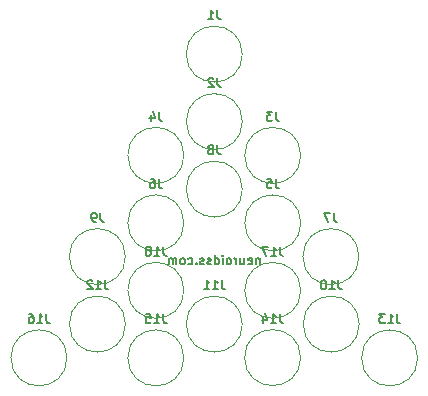
<source format=gbr>
%TF.GenerationSoftware,KiCad,Pcbnew,6.0.4-6f826c9f35~116~ubuntu18.04.1*%
%TF.CreationDate,2022-11-29T00:06:40+03:00*%
%TF.ProjectId,free_dry_electrodes_16x3_4cm,66726565-5f64-4727-995f-656c65637472,rev?*%
%TF.SameCoordinates,Original*%
%TF.FileFunction,Legend,Bot*%
%TF.FilePolarity,Positive*%
%FSLAX46Y46*%
G04 Gerber Fmt 4.6, Leading zero omitted, Abs format (unit mm)*
G04 Created by KiCad (PCBNEW 6.0.4-6f826c9f35~116~ubuntu18.04.1) date 2022-11-29 00:06:40*
%MOMM*%
%LPD*%
G01*
G04 APERTURE LIST*
%ADD10C,0.150000*%
%ADD11C,0.120000*%
G04 APERTURE END LIST*
D10*
X3857142Y-144085D02*
X3857142Y-644085D01*
X3857142Y-215514D02*
X3821428Y-179800D01*
X3750000Y-144085D01*
X3642857Y-144085D01*
X3571428Y-179800D01*
X3535714Y-251228D01*
X3535714Y-644085D01*
X2892857Y-608371D02*
X2964285Y-644085D01*
X3107142Y-644085D01*
X3178571Y-608371D01*
X3214285Y-536942D01*
X3214285Y-251228D01*
X3178571Y-179800D01*
X3107142Y-144085D01*
X2964285Y-144085D01*
X2892857Y-179800D01*
X2857142Y-251228D01*
X2857142Y-322657D01*
X3214285Y-394085D01*
X2214285Y-144085D02*
X2214285Y-644085D01*
X2535714Y-144085D02*
X2535714Y-536942D01*
X2500000Y-608371D01*
X2428571Y-644085D01*
X2321428Y-644085D01*
X2250000Y-608371D01*
X2214285Y-572657D01*
X1857142Y-644085D02*
X1857142Y-144085D01*
X1857142Y-286942D02*
X1821428Y-215514D01*
X1785714Y-179800D01*
X1714285Y-144085D01*
X1642857Y-144085D01*
X1285714Y-644085D02*
X1357142Y-608371D01*
X1392857Y-572657D01*
X1428571Y-501228D01*
X1428571Y-286942D01*
X1392857Y-215514D01*
X1357142Y-179800D01*
X1285714Y-144085D01*
X1178571Y-144085D01*
X1107142Y-179800D01*
X1071428Y-215514D01*
X1035714Y-286942D01*
X1035714Y-501228D01*
X1071428Y-572657D01*
X1107142Y-608371D01*
X1178571Y-644085D01*
X1285714Y-644085D01*
X714285Y-644085D02*
X714285Y-144085D01*
X714285Y105914D02*
X750000Y70200D01*
X714285Y34485D01*
X678571Y70200D01*
X714285Y105914D01*
X714285Y34485D01*
X35714Y-644085D02*
X35714Y105914D01*
X35714Y-608371D02*
X107142Y-644085D01*
X250000Y-644085D01*
X321428Y-608371D01*
X357142Y-572657D01*
X392857Y-501228D01*
X392857Y-286942D01*
X357142Y-215514D01*
X321428Y-179800D01*
X250000Y-144085D01*
X107142Y-144085D01*
X35714Y-179800D01*
X-285714Y-608371D02*
X-357142Y-644085D01*
X-499999Y-644085D01*
X-571428Y-608371D01*
X-607142Y-536942D01*
X-607142Y-501228D01*
X-571428Y-429800D01*
X-499999Y-394085D01*
X-392857Y-394085D01*
X-321428Y-358371D01*
X-285714Y-286942D01*
X-285714Y-251228D01*
X-321428Y-179800D01*
X-392857Y-144085D01*
X-499999Y-144085D01*
X-571428Y-179800D01*
X-892857Y-608371D02*
X-964285Y-644085D01*
X-1107142Y-644085D01*
X-1178571Y-608371D01*
X-1214285Y-536942D01*
X-1214285Y-501228D01*
X-1178571Y-429800D01*
X-1107142Y-394085D01*
X-999999Y-394085D01*
X-928571Y-358371D01*
X-892857Y-286942D01*
X-892857Y-251228D01*
X-928571Y-179800D01*
X-999999Y-144085D01*
X-1107142Y-144085D01*
X-1178571Y-179800D01*
X-1535714Y-572657D02*
X-1571428Y-608371D01*
X-1535714Y-644085D01*
X-1499999Y-608371D01*
X-1535714Y-572657D01*
X-1535714Y-644085D01*
X-2214285Y-608371D02*
X-2142857Y-644085D01*
X-1999999Y-644085D01*
X-1928571Y-608371D01*
X-1892857Y-572657D01*
X-1857142Y-501228D01*
X-1857142Y-286942D01*
X-1892857Y-215514D01*
X-1928571Y-179800D01*
X-1999999Y-144085D01*
X-2142857Y-144085D01*
X-2214285Y-179800D01*
X-2642857Y-644085D02*
X-2571428Y-608371D01*
X-2535714Y-572657D01*
X-2499999Y-501228D01*
X-2499999Y-286942D01*
X-2535714Y-215514D01*
X-2571428Y-179800D01*
X-2642857Y-144085D01*
X-2749999Y-144085D01*
X-2821428Y-179800D01*
X-2857142Y-215514D01*
X-2892857Y-286942D01*
X-2892857Y-501228D01*
X-2857142Y-572657D01*
X-2821428Y-608371D01*
X-2749999Y-644085D01*
X-2642857Y-644085D01*
X-3214285Y-644085D02*
X-3214285Y-144085D01*
X-3214285Y-215514D02*
X-3249999Y-179800D01*
X-3321428Y-144085D01*
X-3428571Y-144085D01*
X-3499999Y-179800D01*
X-3535714Y-251228D01*
X-3535714Y-644085D01*
X-3535714Y-251228D02*
X-3571428Y-179800D01*
X-3642857Y-144085D01*
X-3749999Y-144085D01*
X-3821428Y-179800D01*
X-3857142Y-251228D01*
X-3857142Y-644085D01*
%TO.C,J1*%
X254000Y20857285D02*
X254000Y20313000D01*
X290285Y20204142D01*
X362857Y20131571D01*
X471714Y20095285D01*
X544285Y20095285D01*
X-507999Y20095285D02*
X-72571Y20095285D01*
X-290285Y20095285D02*
X-290285Y20857285D01*
X-217714Y20748428D01*
X-145142Y20675857D01*
X-72571Y20639571D01*
%TO.C,J4*%
X-4695335Y12284785D02*
X-4695335Y11740500D01*
X-4659049Y11631642D01*
X-4586477Y11559071D01*
X-4477620Y11522785D01*
X-4405049Y11522785D01*
X-5384763Y12030785D02*
X-5384763Y11522785D01*
X-5203335Y12321071D02*
X-5021906Y11776785D01*
X-5493620Y11776785D01*
%TO.C,J14*%
X5553916Y-4838952D02*
X5553916Y-5383238D01*
X5590201Y-5492095D01*
X5662773Y-5564666D01*
X5771630Y-5600952D01*
X5844201Y-5600952D01*
X4791916Y-5600952D02*
X5227344Y-5600952D01*
X5009630Y-5600952D02*
X5009630Y-4838952D01*
X5082201Y-4947809D01*
X5154773Y-5020380D01*
X5227344Y-5056666D01*
X4138773Y-5092952D02*
X4138773Y-5600952D01*
X4320201Y-4802666D02*
X4501630Y-5346952D01*
X4029916Y-5346952D01*
%TO.C,J3*%
X5203335Y12284785D02*
X5203335Y11740500D01*
X5239620Y11631642D01*
X5312192Y11559071D01*
X5421049Y11522785D01*
X5493620Y11522785D01*
X4913049Y12284785D02*
X4441335Y12284785D01*
X4695335Y11994500D01*
X4586477Y11994500D01*
X4513906Y11958214D01*
X4477620Y11921928D01*
X4441335Y11849357D01*
X4441335Y11667928D01*
X4477620Y11595357D01*
X4513906Y11559071D01*
X4586477Y11522785D01*
X4804192Y11522785D01*
X4876763Y11559071D01*
X4913049Y11595357D01*
%TO.C,J10*%
X10515527Y-2002714D02*
X10515527Y-2547000D01*
X10551812Y-2655857D01*
X10624384Y-2728428D01*
X10733241Y-2764714D01*
X10805812Y-2764714D01*
X9753527Y-2764714D02*
X10188955Y-2764714D01*
X9971241Y-2764714D02*
X9971241Y-2002714D01*
X10043812Y-2111571D01*
X10116384Y-2184142D01*
X10188955Y-2220428D01*
X9281812Y-2002714D02*
X9209241Y-2002714D01*
X9136670Y-2039000D01*
X9100384Y-2075285D01*
X9064098Y-2147857D01*
X9027812Y-2293000D01*
X9027812Y-2474428D01*
X9064098Y-2619571D01*
X9100384Y-2692142D01*
X9136670Y-2728428D01*
X9209241Y-2764714D01*
X9281812Y-2764714D01*
X9354384Y-2728428D01*
X9390670Y-2692142D01*
X9426955Y-2619571D01*
X9463241Y-2474428D01*
X9463241Y-2293000D01*
X9426955Y-2147857D01*
X9390670Y-2075285D01*
X9354384Y-2039000D01*
X9281812Y-2002714D01*
%TO.C,J18*%
X-4332477Y854785D02*
X-4332477Y310500D01*
X-4296192Y201642D01*
X-4223620Y129071D01*
X-4114763Y92785D01*
X-4042192Y92785D01*
X-5094477Y92785D02*
X-4659049Y92785D01*
X-4876763Y92785D02*
X-4876763Y854785D01*
X-4804192Y745928D01*
X-4731620Y673357D01*
X-4659049Y637071D01*
X-5529906Y528214D02*
X-5457335Y564500D01*
X-5421049Y600785D01*
X-5384763Y673357D01*
X-5384763Y709642D01*
X-5421049Y782214D01*
X-5457335Y818500D01*
X-5529906Y854785D01*
X-5675049Y854785D01*
X-5747620Y818500D01*
X-5783906Y782214D01*
X-5820192Y709642D01*
X-5820192Y673357D01*
X-5783906Y600785D01*
X-5747620Y564500D01*
X-5675049Y528214D01*
X-5529906Y528214D01*
X-5457335Y491928D01*
X-5421049Y455642D01*
X-5384763Y383071D01*
X-5384763Y237928D01*
X-5421049Y165357D01*
X-5457335Y129071D01*
X-5529906Y92785D01*
X-5675049Y92785D01*
X-5747620Y129071D01*
X-5783906Y165357D01*
X-5820192Y237928D01*
X-5820192Y383071D01*
X-5783906Y455642D01*
X-5747620Y491928D01*
X-5675049Y528214D01*
%TO.C,J5*%
X5203335Y6569785D02*
X5203335Y6025500D01*
X5239620Y5916642D01*
X5312192Y5844071D01*
X5421049Y5807785D01*
X5493620Y5807785D01*
X4477620Y6569785D02*
X4840477Y6569785D01*
X4876763Y6206928D01*
X4840477Y6243214D01*
X4767906Y6279500D01*
X4586477Y6279500D01*
X4513906Y6243214D01*
X4477620Y6206928D01*
X4441335Y6134357D01*
X4441335Y5952928D01*
X4477620Y5880357D01*
X4513906Y5844071D01*
X4586477Y5807785D01*
X4767906Y5807785D01*
X4840477Y5844071D01*
X4876763Y5880357D01*
%TO.C,J2*%
X254000Y15142285D02*
X254000Y14598000D01*
X290285Y14489142D01*
X362857Y14416571D01*
X471714Y14380285D01*
X544285Y14380285D01*
X-72571Y15069714D02*
X-108857Y15106000D01*
X-181428Y15142285D01*
X-362857Y15142285D01*
X-435428Y15106000D01*
X-471714Y15069714D01*
X-507999Y14997142D01*
X-507999Y14924571D01*
X-471714Y14815714D01*
X-36285Y14380285D01*
X-507999Y14380285D01*
%TO.C,J16*%
X-14231148Y-4860214D02*
X-14231148Y-5404500D01*
X-14194863Y-5513357D01*
X-14122291Y-5585928D01*
X-14013434Y-5622214D01*
X-13940863Y-5622214D01*
X-14993148Y-5622214D02*
X-14557720Y-5622214D01*
X-14775434Y-5622214D02*
X-14775434Y-4860214D01*
X-14702863Y-4969071D01*
X-14630291Y-5041642D01*
X-14557720Y-5077928D01*
X-15646291Y-4860214D02*
X-15501148Y-4860214D01*
X-15428577Y-4896500D01*
X-15392291Y-4932785D01*
X-15319720Y-5041642D01*
X-15283434Y-5186785D01*
X-15283434Y-5477071D01*
X-15319720Y-5549642D01*
X-15356006Y-5585928D01*
X-15428577Y-5622214D01*
X-15573720Y-5622214D01*
X-15646291Y-5585928D01*
X-15682577Y-5549642D01*
X-15718863Y-5477071D01*
X-15718863Y-5295642D01*
X-15682577Y-5223071D01*
X-15646291Y-5186785D01*
X-15573720Y-5150500D01*
X-15428577Y-5150500D01*
X-15356006Y-5186785D01*
X-15319720Y-5223071D01*
X-15283434Y-5295642D01*
%TO.C,J6*%
X-4695335Y6569785D02*
X-4695335Y6025500D01*
X-4659049Y5916642D01*
X-4586477Y5844071D01*
X-4477620Y5807785D01*
X-4405049Y5807785D01*
X-5384763Y6569785D02*
X-5239620Y6569785D01*
X-5167049Y6533500D01*
X-5130763Y6497214D01*
X-5058192Y6388357D01*
X-5021906Y6243214D01*
X-5021906Y5952928D01*
X-5058192Y5880357D01*
X-5094477Y5844071D01*
X-5167049Y5807785D01*
X-5312192Y5807785D01*
X-5384763Y5844071D01*
X-5421049Y5880357D01*
X-5457335Y5952928D01*
X-5457335Y6134357D01*
X-5421049Y6206928D01*
X-5384763Y6243214D01*
X-5312192Y6279500D01*
X-5167049Y6279500D01*
X-5094477Y6243214D01*
X-5058192Y6206928D01*
X-5021906Y6134357D01*
%TO.C,J12*%
X-9281812Y-2002714D02*
X-9281812Y-2547000D01*
X-9245527Y-2655857D01*
X-9172955Y-2728428D01*
X-9064098Y-2764714D01*
X-8991527Y-2764714D01*
X-10043812Y-2764714D02*
X-9608384Y-2764714D01*
X-9826098Y-2764714D02*
X-9826098Y-2002714D01*
X-9753527Y-2111571D01*
X-9680955Y-2184142D01*
X-9608384Y-2220428D01*
X-10334098Y-2075285D02*
X-10370384Y-2039000D01*
X-10442955Y-2002714D01*
X-10624384Y-2002714D01*
X-10696955Y-2039000D01*
X-10733241Y-2075285D01*
X-10769527Y-2147857D01*
X-10769527Y-2220428D01*
X-10733241Y-2329285D01*
X-10297812Y-2764714D01*
X-10769527Y-2764714D01*
%TO.C,J7*%
X10128119Y3712285D02*
X10128119Y3168000D01*
X10164404Y3059142D01*
X10236976Y2986571D01*
X10345833Y2950285D01*
X10418404Y2950285D01*
X9837833Y3712285D02*
X9329833Y3712285D01*
X9656404Y2950285D01*
%TO.C,J17*%
X5566192Y854785D02*
X5566192Y310500D01*
X5602477Y201642D01*
X5675049Y129071D01*
X5783906Y92785D01*
X5856477Y92785D01*
X4804192Y92785D02*
X5239620Y92785D01*
X5021906Y92785D02*
X5021906Y854785D01*
X5094477Y745928D01*
X5167049Y673357D01*
X5239620Y637071D01*
X4550192Y854785D02*
X4042192Y854785D01*
X4368763Y92785D01*
%TO.C,J8*%
X254000Y9427285D02*
X254000Y8883000D01*
X290285Y8774142D01*
X362857Y8701571D01*
X471714Y8665285D01*
X544285Y8665285D01*
X-217714Y9100714D02*
X-145142Y9137000D01*
X-108857Y9173285D01*
X-72571Y9245857D01*
X-72571Y9282142D01*
X-108857Y9354714D01*
X-145142Y9391000D01*
X-217714Y9427285D01*
X-362857Y9427285D01*
X-435428Y9391000D01*
X-471714Y9354714D01*
X-507999Y9282142D01*
X-507999Y9245857D01*
X-471714Y9173285D01*
X-435428Y9137000D01*
X-362857Y9100714D01*
X-217714Y9100714D01*
X-145142Y9064428D01*
X-108857Y9028142D01*
X-72571Y8955571D01*
X-72571Y8810428D01*
X-108857Y8737857D01*
X-145142Y8701571D01*
X-217714Y8665285D01*
X-362857Y8665285D01*
X-435428Y8701571D01*
X-471714Y8737857D01*
X-507999Y8810428D01*
X-507999Y8955571D01*
X-471714Y9028142D01*
X-435428Y9064428D01*
X-362857Y9100714D01*
%TO.C,J15*%
X-4332477Y-4860214D02*
X-4332477Y-5404500D01*
X-4296192Y-5513357D01*
X-4223620Y-5585928D01*
X-4114763Y-5622214D01*
X-4042192Y-5622214D01*
X-5094477Y-5622214D02*
X-4659049Y-5622214D01*
X-4876763Y-5622214D02*
X-4876763Y-4860214D01*
X-4804192Y-4969071D01*
X-4731620Y-5041642D01*
X-4659049Y-5077928D01*
X-5783906Y-4860214D02*
X-5421049Y-4860214D01*
X-5384763Y-5223071D01*
X-5421049Y-5186785D01*
X-5493620Y-5150500D01*
X-5675049Y-5150500D01*
X-5747620Y-5186785D01*
X-5783906Y-5223071D01*
X-5820192Y-5295642D01*
X-5820192Y-5477071D01*
X-5783906Y-5549642D01*
X-5747620Y-5585928D01*
X-5675049Y-5622214D01*
X-5493620Y-5622214D01*
X-5421049Y-5585928D01*
X-5384763Y-5549642D01*
%TO.C,J13*%
X15464863Y-4860214D02*
X15464863Y-5404500D01*
X15501148Y-5513357D01*
X15573720Y-5585928D01*
X15682577Y-5622214D01*
X15755148Y-5622214D01*
X14702863Y-5622214D02*
X15138291Y-5622214D01*
X14920577Y-5622214D02*
X14920577Y-4860214D01*
X14993148Y-4969071D01*
X15065720Y-5041642D01*
X15138291Y-5077928D01*
X14448863Y-4860214D02*
X13977148Y-4860214D01*
X14231148Y-5150500D01*
X14122291Y-5150500D01*
X14049720Y-5186785D01*
X14013434Y-5223071D01*
X13977148Y-5295642D01*
X13977148Y-5477071D01*
X14013434Y-5549642D01*
X14049720Y-5585928D01*
X14122291Y-5622214D01*
X14340006Y-5622214D01*
X14412577Y-5585928D01*
X14448863Y-5549642D01*
%TO.C,J9*%
X-9644670Y3712285D02*
X-9644670Y3168000D01*
X-9608384Y3059142D01*
X-9535812Y2986571D01*
X-9426955Y2950285D01*
X-9354384Y2950285D01*
X-10043812Y2950285D02*
X-10188955Y2950285D01*
X-10261527Y2986571D01*
X-10297812Y3022857D01*
X-10370384Y3131714D01*
X-10406670Y3276857D01*
X-10406670Y3567142D01*
X-10370384Y3639714D01*
X-10334098Y3676000D01*
X-10261527Y3712285D01*
X-10116384Y3712285D01*
X-10043812Y3676000D01*
X-10007527Y3639714D01*
X-9971241Y3567142D01*
X-9971241Y3385714D01*
X-10007527Y3313142D01*
X-10043812Y3276857D01*
X-10116384Y3240571D01*
X-10261527Y3240571D01*
X-10334098Y3276857D01*
X-10370384Y3313142D01*
X-10406670Y3385714D01*
%TO.C,J11*%
X616857Y-2002714D02*
X616857Y-2547000D01*
X653142Y-2655857D01*
X725714Y-2728428D01*
X834571Y-2764714D01*
X907142Y-2764714D01*
X-145142Y-2764714D02*
X290285Y-2764714D01*
X72571Y-2764714D02*
X72571Y-2002714D01*
X145142Y-2111571D01*
X217714Y-2184142D01*
X290285Y-2220428D01*
X-870857Y-2764714D02*
X-435428Y-2764714D01*
X-653142Y-2764714D02*
X-653142Y-2002714D01*
X-580571Y-2111571D01*
X-508000Y-2184142D01*
X-435428Y-2220428D01*
D11*
%TO.C,J1*%
X2370000Y17145000D02*
G75*
G03*
X2370000Y17145000I-2370000J0D01*
G01*
%TO.C,J4*%
X-2579335Y8572500D02*
G75*
G03*
X-2579335Y8572500I-2370000J0D01*
G01*
%TO.C,J14*%
X7307059Y-8551238D02*
G75*
G03*
X7307059Y-8551238I-2370000J0D01*
G01*
%TO.C,J3*%
X7319335Y8572500D02*
G75*
G03*
X7319335Y8572500I-2370000J0D01*
G01*
%TO.C,J10*%
X12268670Y-5715000D02*
G75*
G03*
X12268670Y-5715000I-2370000J0D01*
G01*
%TO.C,J18*%
X-2579335Y-2857500D02*
G75*
G03*
X-2579335Y-2857500I-2370000J0D01*
G01*
%TO.C,J5*%
X7319335Y2857500D02*
G75*
G03*
X7319335Y2857500I-2370000J0D01*
G01*
%TO.C,J2*%
X2370000Y11430000D02*
G75*
G03*
X2370000Y11430000I-2370000J0D01*
G01*
%TO.C,J16*%
X-12478006Y-8572500D02*
G75*
G03*
X-12478006Y-8572500I-2370000J0D01*
G01*
%TO.C,J6*%
X-2579335Y2857500D02*
G75*
G03*
X-2579335Y2857500I-2370000J0D01*
G01*
%TO.C,J12*%
X-7528670Y-5715000D02*
G75*
G03*
X-7528670Y-5715000I-2370000J0D01*
G01*
%TO.C,J7*%
X12244119Y0D02*
G75*
G03*
X12244119Y0I-2370000J0D01*
G01*
%TO.C,J17*%
X7319335Y-2857500D02*
G75*
G03*
X7319335Y-2857500I-2370000J0D01*
G01*
%TO.C,J8*%
X2370000Y5715000D02*
G75*
G03*
X2370000Y5715000I-2370000J0D01*
G01*
%TO.C,J15*%
X-2579335Y-8572500D02*
G75*
G03*
X-2579335Y-8572500I-2370000J0D01*
G01*
%TO.C,J13*%
X17218006Y-8572500D02*
G75*
G03*
X17218006Y-8572500I-2370000J0D01*
G01*
%TO.C,J9*%
X-7528670Y0D02*
G75*
G03*
X-7528670Y0I-2370000J0D01*
G01*
%TO.C,J11*%
X2370000Y-5715000D02*
G75*
G03*
X2370000Y-5715000I-2370000J0D01*
G01*
%TD*%
M02*

</source>
